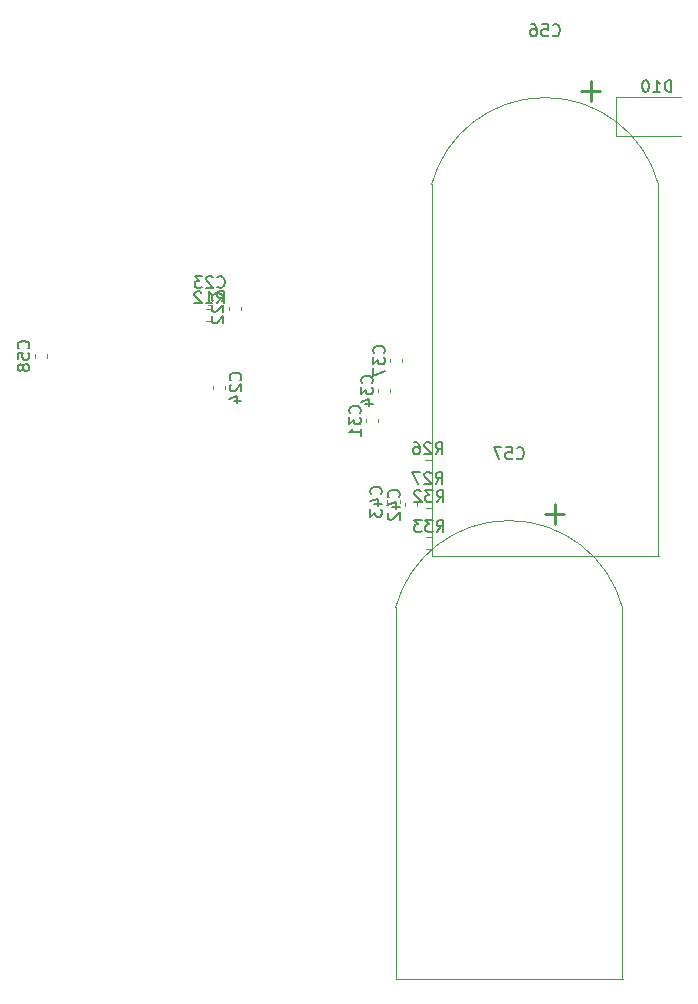
<source format=gbo>
G04 #@! TF.GenerationSoftware,KiCad,Pcbnew,7.0.10*
G04 #@! TF.CreationDate,2024-02-17T13:30:06-08:00*
G04 #@! TF.ProjectId,BLDC_Motor Controller,424c4443-5f4d-46f7-946f-7220436f6e74,rev01_1*
G04 #@! TF.SameCoordinates,Original*
G04 #@! TF.FileFunction,Legend,Bot*
G04 #@! TF.FilePolarity,Positive*
%FSLAX46Y46*%
G04 Gerber Fmt 4.6, Leading zero omitted, Abs format (unit mm)*
G04 Created by KiCad (PCBNEW 7.0.10) date 2024-02-17 13:30:06*
%MOMM*%
%LPD*%
G01*
G04 APERTURE LIST*
%ADD10C,0.150000*%
%ADD11C,0.120000*%
%ADD12C,0.254000*%
G04 APERTURE END LIST*
D10*
X208885580Y-142061142D02*
X208933200Y-142013523D01*
X208933200Y-142013523D02*
X208980819Y-141870666D01*
X208980819Y-141870666D02*
X208980819Y-141775428D01*
X208980819Y-141775428D02*
X208933200Y-141632571D01*
X208933200Y-141632571D02*
X208837961Y-141537333D01*
X208837961Y-141537333D02*
X208742723Y-141489714D01*
X208742723Y-141489714D02*
X208552247Y-141442095D01*
X208552247Y-141442095D02*
X208409390Y-141442095D01*
X208409390Y-141442095D02*
X208218914Y-141489714D01*
X208218914Y-141489714D02*
X208123676Y-141537333D01*
X208123676Y-141537333D02*
X208028438Y-141632571D01*
X208028438Y-141632571D02*
X207980819Y-141775428D01*
X207980819Y-141775428D02*
X207980819Y-141870666D01*
X207980819Y-141870666D02*
X208028438Y-142013523D01*
X208028438Y-142013523D02*
X208076057Y-142061142D01*
X208076057Y-142442095D02*
X208028438Y-142489714D01*
X208028438Y-142489714D02*
X207980819Y-142584952D01*
X207980819Y-142584952D02*
X207980819Y-142823047D01*
X207980819Y-142823047D02*
X208028438Y-142918285D01*
X208028438Y-142918285D02*
X208076057Y-142965904D01*
X208076057Y-142965904D02*
X208171295Y-143013523D01*
X208171295Y-143013523D02*
X208266533Y-143013523D01*
X208266533Y-143013523D02*
X208409390Y-142965904D01*
X208409390Y-142965904D02*
X208980819Y-142394476D01*
X208980819Y-142394476D02*
X208980819Y-143013523D01*
X208314152Y-143870666D02*
X208980819Y-143870666D01*
X207933200Y-143632571D02*
X208647485Y-143394476D01*
X208647485Y-143394476D02*
X208647485Y-144013523D01*
X221037972Y-139775142D02*
X221085592Y-139727523D01*
X221085592Y-139727523D02*
X221133211Y-139584666D01*
X221133211Y-139584666D02*
X221133211Y-139489428D01*
X221133211Y-139489428D02*
X221085592Y-139346571D01*
X221085592Y-139346571D02*
X220990353Y-139251333D01*
X220990353Y-139251333D02*
X220895115Y-139203714D01*
X220895115Y-139203714D02*
X220704639Y-139156095D01*
X220704639Y-139156095D02*
X220561782Y-139156095D01*
X220561782Y-139156095D02*
X220371306Y-139203714D01*
X220371306Y-139203714D02*
X220276068Y-139251333D01*
X220276068Y-139251333D02*
X220180830Y-139346571D01*
X220180830Y-139346571D02*
X220133211Y-139489428D01*
X220133211Y-139489428D02*
X220133211Y-139584666D01*
X220133211Y-139584666D02*
X220180830Y-139727523D01*
X220180830Y-139727523D02*
X220228449Y-139775142D01*
X220133211Y-140108476D02*
X220133211Y-140727523D01*
X220133211Y-140727523D02*
X220514163Y-140394190D01*
X220514163Y-140394190D02*
X220514163Y-140537047D01*
X220514163Y-140537047D02*
X220561782Y-140632285D01*
X220561782Y-140632285D02*
X220609401Y-140679904D01*
X220609401Y-140679904D02*
X220704639Y-140727523D01*
X220704639Y-140727523D02*
X220942734Y-140727523D01*
X220942734Y-140727523D02*
X221037972Y-140679904D01*
X221037972Y-140679904D02*
X221085592Y-140632285D01*
X221085592Y-140632285D02*
X221133211Y-140537047D01*
X221133211Y-140537047D02*
X221133211Y-140251333D01*
X221133211Y-140251333D02*
X221085592Y-140156095D01*
X221085592Y-140156095D02*
X221037972Y-140108476D01*
X220133211Y-141060857D02*
X220133211Y-141727523D01*
X220133211Y-141727523D02*
X221133211Y-141298952D01*
X220021972Y-142315142D02*
X220069592Y-142267523D01*
X220069592Y-142267523D02*
X220117211Y-142124666D01*
X220117211Y-142124666D02*
X220117211Y-142029428D01*
X220117211Y-142029428D02*
X220069592Y-141886571D01*
X220069592Y-141886571D02*
X219974353Y-141791333D01*
X219974353Y-141791333D02*
X219879115Y-141743714D01*
X219879115Y-141743714D02*
X219688639Y-141696095D01*
X219688639Y-141696095D02*
X219545782Y-141696095D01*
X219545782Y-141696095D02*
X219355306Y-141743714D01*
X219355306Y-141743714D02*
X219260068Y-141791333D01*
X219260068Y-141791333D02*
X219164830Y-141886571D01*
X219164830Y-141886571D02*
X219117211Y-142029428D01*
X219117211Y-142029428D02*
X219117211Y-142124666D01*
X219117211Y-142124666D02*
X219164830Y-142267523D01*
X219164830Y-142267523D02*
X219212449Y-142315142D01*
X219117211Y-142648476D02*
X219117211Y-143267523D01*
X219117211Y-143267523D02*
X219498163Y-142934190D01*
X219498163Y-142934190D02*
X219498163Y-143077047D01*
X219498163Y-143077047D02*
X219545782Y-143172285D01*
X219545782Y-143172285D02*
X219593401Y-143219904D01*
X219593401Y-143219904D02*
X219688639Y-143267523D01*
X219688639Y-143267523D02*
X219926734Y-143267523D01*
X219926734Y-143267523D02*
X220021972Y-143219904D01*
X220021972Y-143219904D02*
X220069592Y-143172285D01*
X220069592Y-143172285D02*
X220117211Y-143077047D01*
X220117211Y-143077047D02*
X220117211Y-142791333D01*
X220117211Y-142791333D02*
X220069592Y-142696095D01*
X220069592Y-142696095D02*
X220021972Y-142648476D01*
X219450544Y-144124666D02*
X220117211Y-144124666D01*
X219069592Y-143886571D02*
X219783877Y-143648476D01*
X219783877Y-143648476D02*
X219783877Y-144267523D01*
X190928637Y-139369916D02*
X190976257Y-139322297D01*
X190976257Y-139322297D02*
X191023876Y-139179440D01*
X191023876Y-139179440D02*
X191023876Y-139084202D01*
X191023876Y-139084202D02*
X190976257Y-138941345D01*
X190976257Y-138941345D02*
X190881018Y-138846107D01*
X190881018Y-138846107D02*
X190785780Y-138798488D01*
X190785780Y-138798488D02*
X190595304Y-138750869D01*
X190595304Y-138750869D02*
X190452447Y-138750869D01*
X190452447Y-138750869D02*
X190261971Y-138798488D01*
X190261971Y-138798488D02*
X190166733Y-138846107D01*
X190166733Y-138846107D02*
X190071495Y-138941345D01*
X190071495Y-138941345D02*
X190023876Y-139084202D01*
X190023876Y-139084202D02*
X190023876Y-139179440D01*
X190023876Y-139179440D02*
X190071495Y-139322297D01*
X190071495Y-139322297D02*
X190119114Y-139369916D01*
X190023876Y-140274678D02*
X190023876Y-139798488D01*
X190023876Y-139798488D02*
X190500066Y-139750869D01*
X190500066Y-139750869D02*
X190452447Y-139798488D01*
X190452447Y-139798488D02*
X190404828Y-139893726D01*
X190404828Y-139893726D02*
X190404828Y-140131821D01*
X190404828Y-140131821D02*
X190452447Y-140227059D01*
X190452447Y-140227059D02*
X190500066Y-140274678D01*
X190500066Y-140274678D02*
X190595304Y-140322297D01*
X190595304Y-140322297D02*
X190833399Y-140322297D01*
X190833399Y-140322297D02*
X190928637Y-140274678D01*
X190928637Y-140274678D02*
X190976257Y-140227059D01*
X190976257Y-140227059D02*
X191023876Y-140131821D01*
X191023876Y-140131821D02*
X191023876Y-139893726D01*
X191023876Y-139893726D02*
X190976257Y-139798488D01*
X190976257Y-139798488D02*
X190928637Y-139750869D01*
X190452447Y-140893726D02*
X190404828Y-140798488D01*
X190404828Y-140798488D02*
X190357209Y-140750869D01*
X190357209Y-140750869D02*
X190261971Y-140703250D01*
X190261971Y-140703250D02*
X190214352Y-140703250D01*
X190214352Y-140703250D02*
X190119114Y-140750869D01*
X190119114Y-140750869D02*
X190071495Y-140798488D01*
X190071495Y-140798488D02*
X190023876Y-140893726D01*
X190023876Y-140893726D02*
X190023876Y-141084202D01*
X190023876Y-141084202D02*
X190071495Y-141179440D01*
X190071495Y-141179440D02*
X190119114Y-141227059D01*
X190119114Y-141227059D02*
X190214352Y-141274678D01*
X190214352Y-141274678D02*
X190261971Y-141274678D01*
X190261971Y-141274678D02*
X190357209Y-141227059D01*
X190357209Y-141227059D02*
X190404828Y-141179440D01*
X190404828Y-141179440D02*
X190452447Y-141084202D01*
X190452447Y-141084202D02*
X190452447Y-140893726D01*
X190452447Y-140893726D02*
X190500066Y-140798488D01*
X190500066Y-140798488D02*
X190547685Y-140750869D01*
X190547685Y-140750869D02*
X190642923Y-140703250D01*
X190642923Y-140703250D02*
X190833399Y-140703250D01*
X190833399Y-140703250D02*
X190928637Y-140750869D01*
X190928637Y-140750869D02*
X190976257Y-140798488D01*
X190976257Y-140798488D02*
X191023876Y-140893726D01*
X191023876Y-140893726D02*
X191023876Y-141084202D01*
X191023876Y-141084202D02*
X190976257Y-141179440D01*
X190976257Y-141179440D02*
X190928637Y-141227059D01*
X190928637Y-141227059D02*
X190833399Y-141274678D01*
X190833399Y-141274678D02*
X190642923Y-141274678D01*
X190642923Y-141274678D02*
X190547685Y-141227059D01*
X190547685Y-141227059D02*
X190500066Y-141179440D01*
X190500066Y-141179440D02*
X190452447Y-141084202D01*
X235329857Y-112846580D02*
X235377476Y-112894200D01*
X235377476Y-112894200D02*
X235520333Y-112941819D01*
X235520333Y-112941819D02*
X235615571Y-112941819D01*
X235615571Y-112941819D02*
X235758428Y-112894200D01*
X235758428Y-112894200D02*
X235853666Y-112798961D01*
X235853666Y-112798961D02*
X235901285Y-112703723D01*
X235901285Y-112703723D02*
X235948904Y-112513247D01*
X235948904Y-112513247D02*
X235948904Y-112370390D01*
X235948904Y-112370390D02*
X235901285Y-112179914D01*
X235901285Y-112179914D02*
X235853666Y-112084676D01*
X235853666Y-112084676D02*
X235758428Y-111989438D01*
X235758428Y-111989438D02*
X235615571Y-111941819D01*
X235615571Y-111941819D02*
X235520333Y-111941819D01*
X235520333Y-111941819D02*
X235377476Y-111989438D01*
X235377476Y-111989438D02*
X235329857Y-112037057D01*
X234425095Y-111941819D02*
X234901285Y-111941819D01*
X234901285Y-111941819D02*
X234948904Y-112418009D01*
X234948904Y-112418009D02*
X234901285Y-112370390D01*
X234901285Y-112370390D02*
X234806047Y-112322771D01*
X234806047Y-112322771D02*
X234567952Y-112322771D01*
X234567952Y-112322771D02*
X234472714Y-112370390D01*
X234472714Y-112370390D02*
X234425095Y-112418009D01*
X234425095Y-112418009D02*
X234377476Y-112513247D01*
X234377476Y-112513247D02*
X234377476Y-112751342D01*
X234377476Y-112751342D02*
X234425095Y-112846580D01*
X234425095Y-112846580D02*
X234472714Y-112894200D01*
X234472714Y-112894200D02*
X234567952Y-112941819D01*
X234567952Y-112941819D02*
X234806047Y-112941819D01*
X234806047Y-112941819D02*
X234901285Y-112894200D01*
X234901285Y-112894200D02*
X234948904Y-112846580D01*
X233520333Y-111941819D02*
X233710809Y-111941819D01*
X233710809Y-111941819D02*
X233806047Y-111989438D01*
X233806047Y-111989438D02*
X233853666Y-112037057D01*
X233853666Y-112037057D02*
X233948904Y-112179914D01*
X233948904Y-112179914D02*
X233996523Y-112370390D01*
X233996523Y-112370390D02*
X233996523Y-112751342D01*
X233996523Y-112751342D02*
X233948904Y-112846580D01*
X233948904Y-112846580D02*
X233901285Y-112894200D01*
X233901285Y-112894200D02*
X233806047Y-112941819D01*
X233806047Y-112941819D02*
X233615571Y-112941819D01*
X233615571Y-112941819D02*
X233520333Y-112894200D01*
X233520333Y-112894200D02*
X233472714Y-112846580D01*
X233472714Y-112846580D02*
X233425095Y-112751342D01*
X233425095Y-112751342D02*
X233425095Y-112513247D01*
X233425095Y-112513247D02*
X233472714Y-112418009D01*
X233472714Y-112418009D02*
X233520333Y-112370390D01*
X233520333Y-112370390D02*
X233615571Y-112322771D01*
X233615571Y-112322771D02*
X233806047Y-112322771D01*
X233806047Y-112322771D02*
X233901285Y-112370390D01*
X233901285Y-112370390D02*
X233948904Y-112418009D01*
X233948904Y-112418009D02*
X233996523Y-112513247D01*
X232281857Y-148660580D02*
X232329476Y-148708200D01*
X232329476Y-148708200D02*
X232472333Y-148755819D01*
X232472333Y-148755819D02*
X232567571Y-148755819D01*
X232567571Y-148755819D02*
X232710428Y-148708200D01*
X232710428Y-148708200D02*
X232805666Y-148612961D01*
X232805666Y-148612961D02*
X232853285Y-148517723D01*
X232853285Y-148517723D02*
X232900904Y-148327247D01*
X232900904Y-148327247D02*
X232900904Y-148184390D01*
X232900904Y-148184390D02*
X232853285Y-147993914D01*
X232853285Y-147993914D02*
X232805666Y-147898676D01*
X232805666Y-147898676D02*
X232710428Y-147803438D01*
X232710428Y-147803438D02*
X232567571Y-147755819D01*
X232567571Y-147755819D02*
X232472333Y-147755819D01*
X232472333Y-147755819D02*
X232329476Y-147803438D01*
X232329476Y-147803438D02*
X232281857Y-147851057D01*
X231377095Y-147755819D02*
X231853285Y-147755819D01*
X231853285Y-147755819D02*
X231900904Y-148232009D01*
X231900904Y-148232009D02*
X231853285Y-148184390D01*
X231853285Y-148184390D02*
X231758047Y-148136771D01*
X231758047Y-148136771D02*
X231519952Y-148136771D01*
X231519952Y-148136771D02*
X231424714Y-148184390D01*
X231424714Y-148184390D02*
X231377095Y-148232009D01*
X231377095Y-148232009D02*
X231329476Y-148327247D01*
X231329476Y-148327247D02*
X231329476Y-148565342D01*
X231329476Y-148565342D02*
X231377095Y-148660580D01*
X231377095Y-148660580D02*
X231424714Y-148708200D01*
X231424714Y-148708200D02*
X231519952Y-148755819D01*
X231519952Y-148755819D02*
X231758047Y-148755819D01*
X231758047Y-148755819D02*
X231853285Y-148708200D01*
X231853285Y-148708200D02*
X231900904Y-148660580D01*
X230996142Y-147755819D02*
X230329476Y-147755819D01*
X230329476Y-147755819D02*
X230758047Y-148755819D01*
X225518857Y-154906819D02*
X225852190Y-154430628D01*
X226090285Y-154906819D02*
X226090285Y-153906819D01*
X226090285Y-153906819D02*
X225709333Y-153906819D01*
X225709333Y-153906819D02*
X225614095Y-153954438D01*
X225614095Y-153954438D02*
X225566476Y-154002057D01*
X225566476Y-154002057D02*
X225518857Y-154097295D01*
X225518857Y-154097295D02*
X225518857Y-154240152D01*
X225518857Y-154240152D02*
X225566476Y-154335390D01*
X225566476Y-154335390D02*
X225614095Y-154383009D01*
X225614095Y-154383009D02*
X225709333Y-154430628D01*
X225709333Y-154430628D02*
X226090285Y-154430628D01*
X225185523Y-153906819D02*
X224566476Y-153906819D01*
X224566476Y-153906819D02*
X224899809Y-154287771D01*
X224899809Y-154287771D02*
X224756952Y-154287771D01*
X224756952Y-154287771D02*
X224661714Y-154335390D01*
X224661714Y-154335390D02*
X224614095Y-154383009D01*
X224614095Y-154383009D02*
X224566476Y-154478247D01*
X224566476Y-154478247D02*
X224566476Y-154716342D01*
X224566476Y-154716342D02*
X224614095Y-154811580D01*
X224614095Y-154811580D02*
X224661714Y-154859200D01*
X224661714Y-154859200D02*
X224756952Y-154906819D01*
X224756952Y-154906819D02*
X225042666Y-154906819D01*
X225042666Y-154906819D02*
X225137904Y-154859200D01*
X225137904Y-154859200D02*
X225185523Y-154811580D01*
X224233142Y-153906819D02*
X223614095Y-153906819D01*
X223614095Y-153906819D02*
X223947428Y-154287771D01*
X223947428Y-154287771D02*
X223804571Y-154287771D01*
X223804571Y-154287771D02*
X223709333Y-154335390D01*
X223709333Y-154335390D02*
X223661714Y-154383009D01*
X223661714Y-154383009D02*
X223614095Y-154478247D01*
X223614095Y-154478247D02*
X223614095Y-154716342D01*
X223614095Y-154716342D02*
X223661714Y-154811580D01*
X223661714Y-154811580D02*
X223709333Y-154859200D01*
X223709333Y-154859200D02*
X223804571Y-154906819D01*
X223804571Y-154906819D02*
X224090285Y-154906819D01*
X224090285Y-154906819D02*
X224185523Y-154859200D01*
X224185523Y-154859200D02*
X224233142Y-154811580D01*
X245394285Y-117667231D02*
X245394285Y-116667231D01*
X245394285Y-116667231D02*
X245156190Y-116667231D01*
X245156190Y-116667231D02*
X245013333Y-116714850D01*
X245013333Y-116714850D02*
X244918095Y-116810088D01*
X244918095Y-116810088D02*
X244870476Y-116905326D01*
X244870476Y-116905326D02*
X244822857Y-117095802D01*
X244822857Y-117095802D02*
X244822857Y-117238659D01*
X244822857Y-117238659D02*
X244870476Y-117429135D01*
X244870476Y-117429135D02*
X244918095Y-117524373D01*
X244918095Y-117524373D02*
X245013333Y-117619612D01*
X245013333Y-117619612D02*
X245156190Y-117667231D01*
X245156190Y-117667231D02*
X245394285Y-117667231D01*
X243870476Y-117667231D02*
X244441904Y-117667231D01*
X244156190Y-117667231D02*
X244156190Y-116667231D01*
X244156190Y-116667231D02*
X244251428Y-116810088D01*
X244251428Y-116810088D02*
X244346666Y-116905326D01*
X244346666Y-116905326D02*
X244441904Y-116952945D01*
X243251428Y-116667231D02*
X243156190Y-116667231D01*
X243156190Y-116667231D02*
X243060952Y-116714850D01*
X243060952Y-116714850D02*
X243013333Y-116762469D01*
X243013333Y-116762469D02*
X242965714Y-116857707D01*
X242965714Y-116857707D02*
X242918095Y-117048183D01*
X242918095Y-117048183D02*
X242918095Y-117286278D01*
X242918095Y-117286278D02*
X242965714Y-117476754D01*
X242965714Y-117476754D02*
X243013333Y-117571992D01*
X243013333Y-117571992D02*
X243060952Y-117619612D01*
X243060952Y-117619612D02*
X243156190Y-117667231D01*
X243156190Y-117667231D02*
X243251428Y-117667231D01*
X243251428Y-117667231D02*
X243346666Y-117619612D01*
X243346666Y-117619612D02*
X243394285Y-117571992D01*
X243394285Y-117571992D02*
X243441904Y-117476754D01*
X243441904Y-117476754D02*
X243489523Y-117286278D01*
X243489523Y-117286278D02*
X243489523Y-117048183D01*
X243489523Y-117048183D02*
X243441904Y-116857707D01*
X243441904Y-116857707D02*
X243394285Y-116762469D01*
X243394285Y-116762469D02*
X243346666Y-116714850D01*
X243346666Y-116714850D02*
X243251428Y-116667231D01*
X206941368Y-134159100D02*
X206988987Y-134206720D01*
X206988987Y-134206720D02*
X207131844Y-134254339D01*
X207131844Y-134254339D02*
X207227082Y-134254339D01*
X207227082Y-134254339D02*
X207369939Y-134206720D01*
X207369939Y-134206720D02*
X207465177Y-134111481D01*
X207465177Y-134111481D02*
X207512796Y-134016243D01*
X207512796Y-134016243D02*
X207560415Y-133825767D01*
X207560415Y-133825767D02*
X207560415Y-133682910D01*
X207560415Y-133682910D02*
X207512796Y-133492434D01*
X207512796Y-133492434D02*
X207465177Y-133397196D01*
X207465177Y-133397196D02*
X207369939Y-133301958D01*
X207369939Y-133301958D02*
X207227082Y-133254339D01*
X207227082Y-133254339D02*
X207131844Y-133254339D01*
X207131844Y-133254339D02*
X206988987Y-133301958D01*
X206988987Y-133301958D02*
X206941368Y-133349577D01*
X206560415Y-133349577D02*
X206512796Y-133301958D01*
X206512796Y-133301958D02*
X206417558Y-133254339D01*
X206417558Y-133254339D02*
X206179463Y-133254339D01*
X206179463Y-133254339D02*
X206084225Y-133301958D01*
X206084225Y-133301958D02*
X206036606Y-133349577D01*
X206036606Y-133349577D02*
X205988987Y-133444815D01*
X205988987Y-133444815D02*
X205988987Y-133540053D01*
X205988987Y-133540053D02*
X206036606Y-133682910D01*
X206036606Y-133682910D02*
X206608034Y-134254339D01*
X206608034Y-134254339D02*
X205988987Y-134254339D01*
X205655653Y-133254339D02*
X205036606Y-133254339D01*
X205036606Y-133254339D02*
X205369939Y-133635291D01*
X205369939Y-133635291D02*
X205227082Y-133635291D01*
X205227082Y-133635291D02*
X205131844Y-133682910D01*
X205131844Y-133682910D02*
X205084225Y-133730529D01*
X205084225Y-133730529D02*
X205036606Y-133825767D01*
X205036606Y-133825767D02*
X205036606Y-134063862D01*
X205036606Y-134063862D02*
X205084225Y-134159100D01*
X205084225Y-134159100D02*
X205131844Y-134206720D01*
X205131844Y-134206720D02*
X205227082Y-134254339D01*
X205227082Y-134254339D02*
X205512796Y-134254339D01*
X205512796Y-134254339D02*
X205608034Y-134206720D01*
X205608034Y-134206720D02*
X205655653Y-134159100D01*
X225518857Y-152396819D02*
X225852190Y-151920628D01*
X226090285Y-152396819D02*
X226090285Y-151396819D01*
X226090285Y-151396819D02*
X225709333Y-151396819D01*
X225709333Y-151396819D02*
X225614095Y-151444438D01*
X225614095Y-151444438D02*
X225566476Y-151492057D01*
X225566476Y-151492057D02*
X225518857Y-151587295D01*
X225518857Y-151587295D02*
X225518857Y-151730152D01*
X225518857Y-151730152D02*
X225566476Y-151825390D01*
X225566476Y-151825390D02*
X225614095Y-151873009D01*
X225614095Y-151873009D02*
X225709333Y-151920628D01*
X225709333Y-151920628D02*
X226090285Y-151920628D01*
X225185523Y-151396819D02*
X224566476Y-151396819D01*
X224566476Y-151396819D02*
X224899809Y-151777771D01*
X224899809Y-151777771D02*
X224756952Y-151777771D01*
X224756952Y-151777771D02*
X224661714Y-151825390D01*
X224661714Y-151825390D02*
X224614095Y-151873009D01*
X224614095Y-151873009D02*
X224566476Y-151968247D01*
X224566476Y-151968247D02*
X224566476Y-152206342D01*
X224566476Y-152206342D02*
X224614095Y-152301580D01*
X224614095Y-152301580D02*
X224661714Y-152349200D01*
X224661714Y-152349200D02*
X224756952Y-152396819D01*
X224756952Y-152396819D02*
X225042666Y-152396819D01*
X225042666Y-152396819D02*
X225137904Y-152349200D01*
X225137904Y-152349200D02*
X225185523Y-152301580D01*
X224185523Y-151492057D02*
X224137904Y-151444438D01*
X224137904Y-151444438D02*
X224042666Y-151396819D01*
X224042666Y-151396819D02*
X223804571Y-151396819D01*
X223804571Y-151396819D02*
X223709333Y-151444438D01*
X223709333Y-151444438D02*
X223661714Y-151492057D01*
X223661714Y-151492057D02*
X223614095Y-151587295D01*
X223614095Y-151587295D02*
X223614095Y-151682533D01*
X223614095Y-151682533D02*
X223661714Y-151825390D01*
X223661714Y-151825390D02*
X224233142Y-152396819D01*
X224233142Y-152396819D02*
X223614095Y-152396819D01*
X225415357Y-148332819D02*
X225748690Y-147856628D01*
X225986785Y-148332819D02*
X225986785Y-147332819D01*
X225986785Y-147332819D02*
X225605833Y-147332819D01*
X225605833Y-147332819D02*
X225510595Y-147380438D01*
X225510595Y-147380438D02*
X225462976Y-147428057D01*
X225462976Y-147428057D02*
X225415357Y-147523295D01*
X225415357Y-147523295D02*
X225415357Y-147666152D01*
X225415357Y-147666152D02*
X225462976Y-147761390D01*
X225462976Y-147761390D02*
X225510595Y-147809009D01*
X225510595Y-147809009D02*
X225605833Y-147856628D01*
X225605833Y-147856628D02*
X225986785Y-147856628D01*
X225034404Y-147428057D02*
X224986785Y-147380438D01*
X224986785Y-147380438D02*
X224891547Y-147332819D01*
X224891547Y-147332819D02*
X224653452Y-147332819D01*
X224653452Y-147332819D02*
X224558214Y-147380438D01*
X224558214Y-147380438D02*
X224510595Y-147428057D01*
X224510595Y-147428057D02*
X224462976Y-147523295D01*
X224462976Y-147523295D02*
X224462976Y-147618533D01*
X224462976Y-147618533D02*
X224510595Y-147761390D01*
X224510595Y-147761390D02*
X225082023Y-148332819D01*
X225082023Y-148332819D02*
X224462976Y-148332819D01*
X223605833Y-147332819D02*
X223796309Y-147332819D01*
X223796309Y-147332819D02*
X223891547Y-147380438D01*
X223891547Y-147380438D02*
X223939166Y-147428057D01*
X223939166Y-147428057D02*
X224034404Y-147570914D01*
X224034404Y-147570914D02*
X224082023Y-147761390D01*
X224082023Y-147761390D02*
X224082023Y-148142342D01*
X224082023Y-148142342D02*
X224034404Y-148237580D01*
X224034404Y-148237580D02*
X223986785Y-148285200D01*
X223986785Y-148285200D02*
X223891547Y-148332819D01*
X223891547Y-148332819D02*
X223701071Y-148332819D01*
X223701071Y-148332819D02*
X223605833Y-148285200D01*
X223605833Y-148285200D02*
X223558214Y-148237580D01*
X223558214Y-148237580D02*
X223510595Y-148142342D01*
X223510595Y-148142342D02*
X223510595Y-147904247D01*
X223510595Y-147904247D02*
X223558214Y-147809009D01*
X223558214Y-147809009D02*
X223605833Y-147761390D01*
X223605833Y-147761390D02*
X223701071Y-147713771D01*
X223701071Y-147713771D02*
X223891547Y-147713771D01*
X223891547Y-147713771D02*
X223986785Y-147761390D01*
X223986785Y-147761390D02*
X224034404Y-147809009D01*
X224034404Y-147809009D02*
X224082023Y-147904247D01*
X206907831Y-135554935D02*
X207241164Y-135078744D01*
X207479259Y-135554935D02*
X207479259Y-134554935D01*
X207479259Y-134554935D02*
X207098307Y-134554935D01*
X207098307Y-134554935D02*
X207003069Y-134602554D01*
X207003069Y-134602554D02*
X206955450Y-134650173D01*
X206955450Y-134650173D02*
X206907831Y-134745411D01*
X206907831Y-134745411D02*
X206907831Y-134888268D01*
X206907831Y-134888268D02*
X206955450Y-134983506D01*
X206955450Y-134983506D02*
X207003069Y-135031125D01*
X207003069Y-135031125D02*
X207098307Y-135078744D01*
X207098307Y-135078744D02*
X207479259Y-135078744D01*
X205955450Y-135554935D02*
X206526878Y-135554935D01*
X206241164Y-135554935D02*
X206241164Y-134554935D01*
X206241164Y-134554935D02*
X206336402Y-134697792D01*
X206336402Y-134697792D02*
X206431640Y-134793030D01*
X206431640Y-134793030D02*
X206526878Y-134840649D01*
X205574497Y-134650173D02*
X205526878Y-134602554D01*
X205526878Y-134602554D02*
X205431640Y-134554935D01*
X205431640Y-134554935D02*
X205193545Y-134554935D01*
X205193545Y-134554935D02*
X205098307Y-134602554D01*
X205098307Y-134602554D02*
X205050688Y-134650173D01*
X205050688Y-134650173D02*
X205003069Y-134745411D01*
X205003069Y-134745411D02*
X205003069Y-134840649D01*
X205003069Y-134840649D02*
X205050688Y-134983506D01*
X205050688Y-134983506D02*
X205622116Y-135554935D01*
X205622116Y-135554935D02*
X205003069Y-135554935D01*
X207355297Y-135341017D02*
X207402917Y-135293398D01*
X207402917Y-135293398D02*
X207450536Y-135150541D01*
X207450536Y-135150541D02*
X207450536Y-135055303D01*
X207450536Y-135055303D02*
X207402917Y-134912446D01*
X207402917Y-134912446D02*
X207307678Y-134817208D01*
X207307678Y-134817208D02*
X207212440Y-134769589D01*
X207212440Y-134769589D02*
X207021964Y-134721970D01*
X207021964Y-134721970D02*
X206879107Y-134721970D01*
X206879107Y-134721970D02*
X206688631Y-134769589D01*
X206688631Y-134769589D02*
X206593393Y-134817208D01*
X206593393Y-134817208D02*
X206498155Y-134912446D01*
X206498155Y-134912446D02*
X206450536Y-135055303D01*
X206450536Y-135055303D02*
X206450536Y-135150541D01*
X206450536Y-135150541D02*
X206498155Y-135293398D01*
X206498155Y-135293398D02*
X206545774Y-135341017D01*
X206545774Y-135721970D02*
X206498155Y-135769589D01*
X206498155Y-135769589D02*
X206450536Y-135864827D01*
X206450536Y-135864827D02*
X206450536Y-136102922D01*
X206450536Y-136102922D02*
X206498155Y-136198160D01*
X206498155Y-136198160D02*
X206545774Y-136245779D01*
X206545774Y-136245779D02*
X206641012Y-136293398D01*
X206641012Y-136293398D02*
X206736250Y-136293398D01*
X206736250Y-136293398D02*
X206879107Y-136245779D01*
X206879107Y-136245779D02*
X207450536Y-135674351D01*
X207450536Y-135674351D02*
X207450536Y-136293398D01*
X206545774Y-136674351D02*
X206498155Y-136721970D01*
X206498155Y-136721970D02*
X206450536Y-136817208D01*
X206450536Y-136817208D02*
X206450536Y-137055303D01*
X206450536Y-137055303D02*
X206498155Y-137150541D01*
X206498155Y-137150541D02*
X206545774Y-137198160D01*
X206545774Y-137198160D02*
X206641012Y-137245779D01*
X206641012Y-137245779D02*
X206736250Y-137245779D01*
X206736250Y-137245779D02*
X206879107Y-137198160D01*
X206879107Y-137198160D02*
X207450536Y-136626732D01*
X207450536Y-136626732D02*
X207450536Y-137245779D01*
X219005972Y-144855142D02*
X219053592Y-144807523D01*
X219053592Y-144807523D02*
X219101211Y-144664666D01*
X219101211Y-144664666D02*
X219101211Y-144569428D01*
X219101211Y-144569428D02*
X219053592Y-144426571D01*
X219053592Y-144426571D02*
X218958353Y-144331333D01*
X218958353Y-144331333D02*
X218863115Y-144283714D01*
X218863115Y-144283714D02*
X218672639Y-144236095D01*
X218672639Y-144236095D02*
X218529782Y-144236095D01*
X218529782Y-144236095D02*
X218339306Y-144283714D01*
X218339306Y-144283714D02*
X218244068Y-144331333D01*
X218244068Y-144331333D02*
X218148830Y-144426571D01*
X218148830Y-144426571D02*
X218101211Y-144569428D01*
X218101211Y-144569428D02*
X218101211Y-144664666D01*
X218101211Y-144664666D02*
X218148830Y-144807523D01*
X218148830Y-144807523D02*
X218196449Y-144855142D01*
X218101211Y-145188476D02*
X218101211Y-145807523D01*
X218101211Y-145807523D02*
X218482163Y-145474190D01*
X218482163Y-145474190D02*
X218482163Y-145617047D01*
X218482163Y-145617047D02*
X218529782Y-145712285D01*
X218529782Y-145712285D02*
X218577401Y-145759904D01*
X218577401Y-145759904D02*
X218672639Y-145807523D01*
X218672639Y-145807523D02*
X218910734Y-145807523D01*
X218910734Y-145807523D02*
X219005972Y-145759904D01*
X219005972Y-145759904D02*
X219053592Y-145712285D01*
X219053592Y-145712285D02*
X219101211Y-145617047D01*
X219101211Y-145617047D02*
X219101211Y-145331333D01*
X219101211Y-145331333D02*
X219053592Y-145236095D01*
X219053592Y-145236095D02*
X219005972Y-145188476D01*
X219101211Y-146759904D02*
X219101211Y-146188476D01*
X219101211Y-146474190D02*
X218101211Y-146474190D01*
X218101211Y-146474190D02*
X218244068Y-146378952D01*
X218244068Y-146378952D02*
X218339306Y-146283714D01*
X218339306Y-146283714D02*
X218386925Y-146188476D01*
X220787580Y-151713142D02*
X220835200Y-151665523D01*
X220835200Y-151665523D02*
X220882819Y-151522666D01*
X220882819Y-151522666D02*
X220882819Y-151427428D01*
X220882819Y-151427428D02*
X220835200Y-151284571D01*
X220835200Y-151284571D02*
X220739961Y-151189333D01*
X220739961Y-151189333D02*
X220644723Y-151141714D01*
X220644723Y-151141714D02*
X220454247Y-151094095D01*
X220454247Y-151094095D02*
X220311390Y-151094095D01*
X220311390Y-151094095D02*
X220120914Y-151141714D01*
X220120914Y-151141714D02*
X220025676Y-151189333D01*
X220025676Y-151189333D02*
X219930438Y-151284571D01*
X219930438Y-151284571D02*
X219882819Y-151427428D01*
X219882819Y-151427428D02*
X219882819Y-151522666D01*
X219882819Y-151522666D02*
X219930438Y-151665523D01*
X219930438Y-151665523D02*
X219978057Y-151713142D01*
X220216152Y-152570285D02*
X220882819Y-152570285D01*
X219835200Y-152332190D02*
X220549485Y-152094095D01*
X220549485Y-152094095D02*
X220549485Y-152713142D01*
X219882819Y-152998857D02*
X219882819Y-153617904D01*
X219882819Y-153617904D02*
X220263771Y-153284571D01*
X220263771Y-153284571D02*
X220263771Y-153427428D01*
X220263771Y-153427428D02*
X220311390Y-153522666D01*
X220311390Y-153522666D02*
X220359009Y-153570285D01*
X220359009Y-153570285D02*
X220454247Y-153617904D01*
X220454247Y-153617904D02*
X220692342Y-153617904D01*
X220692342Y-153617904D02*
X220787580Y-153570285D01*
X220787580Y-153570285D02*
X220835200Y-153522666D01*
X220835200Y-153522666D02*
X220882819Y-153427428D01*
X220882819Y-153427428D02*
X220882819Y-153141714D01*
X220882819Y-153141714D02*
X220835200Y-153046476D01*
X220835200Y-153046476D02*
X220787580Y-152998857D01*
X222281580Y-151980142D02*
X222329200Y-151932523D01*
X222329200Y-151932523D02*
X222376819Y-151789666D01*
X222376819Y-151789666D02*
X222376819Y-151694428D01*
X222376819Y-151694428D02*
X222329200Y-151551571D01*
X222329200Y-151551571D02*
X222233961Y-151456333D01*
X222233961Y-151456333D02*
X222138723Y-151408714D01*
X222138723Y-151408714D02*
X221948247Y-151361095D01*
X221948247Y-151361095D02*
X221805390Y-151361095D01*
X221805390Y-151361095D02*
X221614914Y-151408714D01*
X221614914Y-151408714D02*
X221519676Y-151456333D01*
X221519676Y-151456333D02*
X221424438Y-151551571D01*
X221424438Y-151551571D02*
X221376819Y-151694428D01*
X221376819Y-151694428D02*
X221376819Y-151789666D01*
X221376819Y-151789666D02*
X221424438Y-151932523D01*
X221424438Y-151932523D02*
X221472057Y-151980142D01*
X221710152Y-152837285D02*
X222376819Y-152837285D01*
X221329200Y-152599190D02*
X222043485Y-152361095D01*
X222043485Y-152361095D02*
X222043485Y-152980142D01*
X221472057Y-153313476D02*
X221424438Y-153361095D01*
X221424438Y-153361095D02*
X221376819Y-153456333D01*
X221376819Y-153456333D02*
X221376819Y-153694428D01*
X221376819Y-153694428D02*
X221424438Y-153789666D01*
X221424438Y-153789666D02*
X221472057Y-153837285D01*
X221472057Y-153837285D02*
X221567295Y-153884904D01*
X221567295Y-153884904D02*
X221662533Y-153884904D01*
X221662533Y-153884904D02*
X221805390Y-153837285D01*
X221805390Y-153837285D02*
X222376819Y-153265857D01*
X222376819Y-153265857D02*
X222376819Y-153884904D01*
X225415357Y-150842819D02*
X225748690Y-150366628D01*
X225986785Y-150842819D02*
X225986785Y-149842819D01*
X225986785Y-149842819D02*
X225605833Y-149842819D01*
X225605833Y-149842819D02*
X225510595Y-149890438D01*
X225510595Y-149890438D02*
X225462976Y-149938057D01*
X225462976Y-149938057D02*
X225415357Y-150033295D01*
X225415357Y-150033295D02*
X225415357Y-150176152D01*
X225415357Y-150176152D02*
X225462976Y-150271390D01*
X225462976Y-150271390D02*
X225510595Y-150319009D01*
X225510595Y-150319009D02*
X225605833Y-150366628D01*
X225605833Y-150366628D02*
X225986785Y-150366628D01*
X225034404Y-149938057D02*
X224986785Y-149890438D01*
X224986785Y-149890438D02*
X224891547Y-149842819D01*
X224891547Y-149842819D02*
X224653452Y-149842819D01*
X224653452Y-149842819D02*
X224558214Y-149890438D01*
X224558214Y-149890438D02*
X224510595Y-149938057D01*
X224510595Y-149938057D02*
X224462976Y-150033295D01*
X224462976Y-150033295D02*
X224462976Y-150128533D01*
X224462976Y-150128533D02*
X224510595Y-150271390D01*
X224510595Y-150271390D02*
X225082023Y-150842819D01*
X225082023Y-150842819D02*
X224462976Y-150842819D01*
X224129642Y-149842819D02*
X223462976Y-149842819D01*
X223462976Y-149842819D02*
X223891547Y-150842819D01*
D11*
X206586000Y-142844580D02*
X206586000Y-142563420D01*
X207606000Y-142844580D02*
X207606000Y-142563420D01*
X222618392Y-140277420D02*
X222618392Y-140558580D01*
X221598392Y-140277420D02*
X221598392Y-140558580D01*
X221602392Y-142817420D02*
X221602392Y-143098580D01*
X220582392Y-142817420D02*
X220582392Y-143098580D01*
X192509057Y-139872194D02*
X192509057Y-140153354D01*
X191489057Y-139872194D02*
X191489057Y-140153354D01*
X244287000Y-156987000D02*
X244287000Y-125487000D01*
D12*
X238587000Y-118450602D02*
X238587000Y-116723398D01*
X237697998Y-117612400D02*
X239374402Y-117612400D01*
D11*
X225087000Y-156987000D02*
X244296372Y-156987000D01*
X225087000Y-125487000D02*
X225082314Y-156987000D01*
X244286999Y-125487000D02*
G75*
G03*
X225087001Y-125487000I-9599999J-2600001D01*
G01*
X241239000Y-192801000D02*
X241239000Y-161301000D01*
D12*
X235539000Y-154264602D02*
X235539000Y-152537398D01*
X234649998Y-153426400D02*
X236326402Y-153426400D01*
D11*
X222039000Y-192801000D02*
X241248372Y-192801000D01*
X222039000Y-161301000D02*
X222034314Y-192801000D01*
X241238999Y-161301000D02*
G75*
G03*
X222039001Y-161301000I-9599999J-2600001D01*
G01*
X225130724Y-156404500D02*
X224621276Y-156404500D01*
X225130724Y-155359500D02*
X224621276Y-155359500D01*
X240670000Y-118102412D02*
X246180000Y-118102412D01*
X240670000Y-121402412D02*
X240670000Y-118102412D01*
X240670000Y-121402412D02*
X246180000Y-121402412D01*
X206439091Y-135739520D02*
X206157931Y-135739520D01*
X206439091Y-134719520D02*
X206157931Y-134719520D01*
X225130724Y-153894500D02*
X224621276Y-153894500D01*
X225130724Y-152849500D02*
X224621276Y-152849500D01*
X225027224Y-149830500D02*
X224517776Y-149830500D01*
X225027224Y-148785500D02*
X224517776Y-148785500D01*
X206519698Y-137052616D02*
X206010250Y-137052616D01*
X206519698Y-136007616D02*
X206010250Y-136007616D01*
X208935717Y-135843295D02*
X208935717Y-136124455D01*
X207915717Y-135843295D02*
X207915717Y-136124455D01*
X220586392Y-145357420D02*
X220586392Y-145638580D01*
X219566392Y-145357420D02*
X219566392Y-145638580D01*
X222368000Y-152215420D02*
X222368000Y-152496580D01*
X221348000Y-152215420D02*
X221348000Y-152496580D01*
X223862000Y-152482420D02*
X223862000Y-152763580D01*
X222842000Y-152482420D02*
X222842000Y-152763580D01*
X225027224Y-152340500D02*
X224517776Y-152340500D01*
X225027224Y-151295500D02*
X224517776Y-151295500D01*
M02*

</source>
